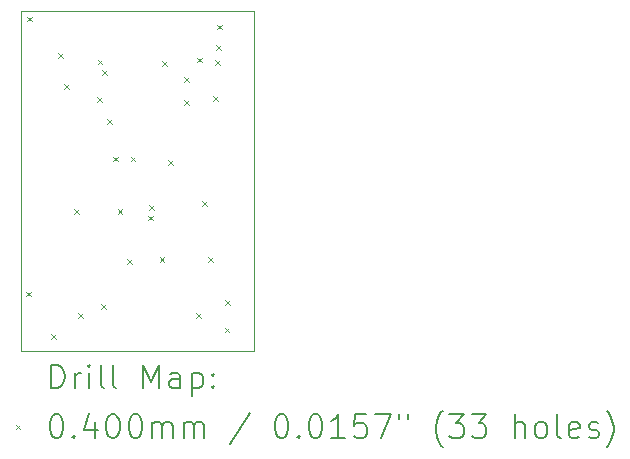
<source format=gbr>
%TF.GenerationSoftware,KiCad,Pcbnew,7.0.9-7.0.9~ubuntu22.04.1*%
%TF.CreationDate,2023-12-12T12:02:19+02:00*%
%TF.ProjectId,Haply_EE,4861706c-795f-4454-952e-6b696361645f,rev?*%
%TF.SameCoordinates,Original*%
%TF.FileFunction,Drillmap*%
%TF.FilePolarity,Positive*%
%FSLAX45Y45*%
G04 Gerber Fmt 4.5, Leading zero omitted, Abs format (unit mm)*
G04 Created by KiCad (PCBNEW 7.0.9-7.0.9~ubuntu22.04.1) date 2023-12-12 12:02:19*
%MOMM*%
%LPD*%
G01*
G04 APERTURE LIST*
%ADD10C,0.100000*%
%ADD11C,0.200000*%
G04 APERTURE END LIST*
D10*
X12200000Y-12325000D02*
X14175000Y-12325000D01*
X12225000Y-9450000D02*
X12200000Y-9450000D01*
X14175000Y-12325000D02*
X14175000Y-9450000D01*
X14175000Y-9450000D02*
X12225000Y-9450000D01*
X12200000Y-12325000D02*
X12200000Y-9450000D01*
D11*
D10*
X12241610Y-11822300D02*
X12281610Y-11862300D01*
X12281610Y-11822300D02*
X12241610Y-11862300D01*
X12254450Y-9494500D02*
X12294450Y-9534500D01*
X12294450Y-9494500D02*
X12254450Y-9534500D01*
X12454180Y-12181840D02*
X12494180Y-12221840D01*
X12494180Y-12181840D02*
X12454180Y-12221840D01*
X12518020Y-9803490D02*
X12558020Y-9843490D01*
X12558020Y-9803490D02*
X12518020Y-9843490D01*
X12563450Y-10063680D02*
X12603450Y-10103680D01*
X12603450Y-10063680D02*
X12563450Y-10103680D01*
X12648840Y-11125100D02*
X12688840Y-11165100D01*
X12688840Y-11125100D02*
X12648840Y-11165100D01*
X12685840Y-12005810D02*
X12725840Y-12045810D01*
X12725840Y-12005810D02*
X12685840Y-12045810D01*
X12843550Y-10173680D02*
X12883550Y-10213680D01*
X12883550Y-10173680D02*
X12843550Y-10213680D01*
X12849430Y-9859250D02*
X12889430Y-9899250D01*
X12889430Y-9859250D02*
X12849430Y-9899250D01*
X12880000Y-11930000D02*
X12920000Y-11970000D01*
X12920000Y-11930000D02*
X12880000Y-11970000D01*
X12890410Y-9947720D02*
X12930410Y-9987720D01*
X12930410Y-9947720D02*
X12890410Y-9987720D01*
X12932240Y-10360130D02*
X12972240Y-10400130D01*
X12972240Y-10360130D02*
X12932240Y-10400130D01*
X12980000Y-10680000D02*
X13020000Y-10720000D01*
X13020000Y-10680000D02*
X12980000Y-10720000D01*
X13020080Y-11126290D02*
X13060080Y-11166290D01*
X13060080Y-11126290D02*
X13020080Y-11166290D01*
X13099520Y-11551140D02*
X13139520Y-11591140D01*
X13139520Y-11551140D02*
X13099520Y-11591140D01*
X13130000Y-10680000D02*
X13170000Y-10720000D01*
X13170000Y-10680000D02*
X13130000Y-10720000D01*
X13274890Y-11178880D02*
X13314890Y-11218880D01*
X13314890Y-11178880D02*
X13274890Y-11218880D01*
X13284200Y-11088680D02*
X13324200Y-11128680D01*
X13324200Y-11088680D02*
X13284200Y-11128680D01*
X13375250Y-11533450D02*
X13415250Y-11573450D01*
X13415250Y-11533450D02*
X13375250Y-11573450D01*
X13394570Y-9870290D02*
X13434570Y-9910290D01*
X13434570Y-9870290D02*
X13394570Y-9910290D01*
X13448770Y-10712860D02*
X13488770Y-10752860D01*
X13488770Y-10712860D02*
X13448770Y-10752860D01*
X13584210Y-10004280D02*
X13624210Y-10044280D01*
X13624210Y-10004280D02*
X13584210Y-10044280D01*
X13584210Y-10205000D02*
X13624210Y-10245000D01*
X13624210Y-10205000D02*
X13584210Y-10245000D01*
X13686160Y-12005810D02*
X13726160Y-12045810D01*
X13726160Y-12005810D02*
X13686160Y-12045810D01*
X13690860Y-9841420D02*
X13730860Y-9881420D01*
X13730860Y-9841420D02*
X13690860Y-9881420D01*
X13733950Y-11055380D02*
X13773950Y-11095380D01*
X13773950Y-11055380D02*
X13733950Y-11095380D01*
X13786000Y-11533450D02*
X13826000Y-11573450D01*
X13826000Y-11533450D02*
X13786000Y-11573450D01*
X13830000Y-10170000D02*
X13870000Y-10210000D01*
X13870000Y-10170000D02*
X13830000Y-10210000D01*
X13843000Y-9860420D02*
X13883000Y-9900420D01*
X13883000Y-9860420D02*
X13843000Y-9900420D01*
X13851250Y-9733420D02*
X13891250Y-9773420D01*
X13891250Y-9733420D02*
X13851250Y-9773420D01*
X13860570Y-9562210D02*
X13900570Y-9602210D01*
X13900570Y-9562210D02*
X13860570Y-9602210D01*
X13924840Y-12128560D02*
X13964840Y-12168560D01*
X13964840Y-12128560D02*
X13924840Y-12168560D01*
X13931220Y-11895900D02*
X13971220Y-11935900D01*
X13971220Y-11895900D02*
X13931220Y-11935900D01*
D11*
X12455777Y-12641484D02*
X12455777Y-12441484D01*
X12455777Y-12441484D02*
X12503396Y-12441484D01*
X12503396Y-12441484D02*
X12531967Y-12451008D01*
X12531967Y-12451008D02*
X12551015Y-12470055D01*
X12551015Y-12470055D02*
X12560539Y-12489103D01*
X12560539Y-12489103D02*
X12570062Y-12527198D01*
X12570062Y-12527198D02*
X12570062Y-12555769D01*
X12570062Y-12555769D02*
X12560539Y-12593865D01*
X12560539Y-12593865D02*
X12551015Y-12612912D01*
X12551015Y-12612912D02*
X12531967Y-12631960D01*
X12531967Y-12631960D02*
X12503396Y-12641484D01*
X12503396Y-12641484D02*
X12455777Y-12641484D01*
X12655777Y-12641484D02*
X12655777Y-12508150D01*
X12655777Y-12546246D02*
X12665301Y-12527198D01*
X12665301Y-12527198D02*
X12674824Y-12517674D01*
X12674824Y-12517674D02*
X12693872Y-12508150D01*
X12693872Y-12508150D02*
X12712920Y-12508150D01*
X12779586Y-12641484D02*
X12779586Y-12508150D01*
X12779586Y-12441484D02*
X12770062Y-12451008D01*
X12770062Y-12451008D02*
X12779586Y-12460531D01*
X12779586Y-12460531D02*
X12789110Y-12451008D01*
X12789110Y-12451008D02*
X12779586Y-12441484D01*
X12779586Y-12441484D02*
X12779586Y-12460531D01*
X12903396Y-12641484D02*
X12884348Y-12631960D01*
X12884348Y-12631960D02*
X12874824Y-12612912D01*
X12874824Y-12612912D02*
X12874824Y-12441484D01*
X13008158Y-12641484D02*
X12989110Y-12631960D01*
X12989110Y-12631960D02*
X12979586Y-12612912D01*
X12979586Y-12612912D02*
X12979586Y-12441484D01*
X13236729Y-12641484D02*
X13236729Y-12441484D01*
X13236729Y-12441484D02*
X13303396Y-12584341D01*
X13303396Y-12584341D02*
X13370062Y-12441484D01*
X13370062Y-12441484D02*
X13370062Y-12641484D01*
X13551015Y-12641484D02*
X13551015Y-12536722D01*
X13551015Y-12536722D02*
X13541491Y-12517674D01*
X13541491Y-12517674D02*
X13522443Y-12508150D01*
X13522443Y-12508150D02*
X13484348Y-12508150D01*
X13484348Y-12508150D02*
X13465301Y-12517674D01*
X13551015Y-12631960D02*
X13531967Y-12641484D01*
X13531967Y-12641484D02*
X13484348Y-12641484D01*
X13484348Y-12641484D02*
X13465301Y-12631960D01*
X13465301Y-12631960D02*
X13455777Y-12612912D01*
X13455777Y-12612912D02*
X13455777Y-12593865D01*
X13455777Y-12593865D02*
X13465301Y-12574817D01*
X13465301Y-12574817D02*
X13484348Y-12565293D01*
X13484348Y-12565293D02*
X13531967Y-12565293D01*
X13531967Y-12565293D02*
X13551015Y-12555769D01*
X13646253Y-12508150D02*
X13646253Y-12708150D01*
X13646253Y-12517674D02*
X13665301Y-12508150D01*
X13665301Y-12508150D02*
X13703396Y-12508150D01*
X13703396Y-12508150D02*
X13722443Y-12517674D01*
X13722443Y-12517674D02*
X13731967Y-12527198D01*
X13731967Y-12527198D02*
X13741491Y-12546246D01*
X13741491Y-12546246D02*
X13741491Y-12603388D01*
X13741491Y-12603388D02*
X13731967Y-12622436D01*
X13731967Y-12622436D02*
X13722443Y-12631960D01*
X13722443Y-12631960D02*
X13703396Y-12641484D01*
X13703396Y-12641484D02*
X13665301Y-12641484D01*
X13665301Y-12641484D02*
X13646253Y-12631960D01*
X13827205Y-12622436D02*
X13836729Y-12631960D01*
X13836729Y-12631960D02*
X13827205Y-12641484D01*
X13827205Y-12641484D02*
X13817682Y-12631960D01*
X13817682Y-12631960D02*
X13827205Y-12622436D01*
X13827205Y-12622436D02*
X13827205Y-12641484D01*
X13827205Y-12517674D02*
X13836729Y-12527198D01*
X13836729Y-12527198D02*
X13827205Y-12536722D01*
X13827205Y-12536722D02*
X13817682Y-12527198D01*
X13817682Y-12527198D02*
X13827205Y-12517674D01*
X13827205Y-12517674D02*
X13827205Y-12536722D01*
D10*
X12155000Y-12950000D02*
X12195000Y-12990000D01*
X12195000Y-12950000D02*
X12155000Y-12990000D01*
D11*
X12493872Y-12861484D02*
X12512920Y-12861484D01*
X12512920Y-12861484D02*
X12531967Y-12871008D01*
X12531967Y-12871008D02*
X12541491Y-12880531D01*
X12541491Y-12880531D02*
X12551015Y-12899579D01*
X12551015Y-12899579D02*
X12560539Y-12937674D01*
X12560539Y-12937674D02*
X12560539Y-12985293D01*
X12560539Y-12985293D02*
X12551015Y-13023388D01*
X12551015Y-13023388D02*
X12541491Y-13042436D01*
X12541491Y-13042436D02*
X12531967Y-13051960D01*
X12531967Y-13051960D02*
X12512920Y-13061484D01*
X12512920Y-13061484D02*
X12493872Y-13061484D01*
X12493872Y-13061484D02*
X12474824Y-13051960D01*
X12474824Y-13051960D02*
X12465301Y-13042436D01*
X12465301Y-13042436D02*
X12455777Y-13023388D01*
X12455777Y-13023388D02*
X12446253Y-12985293D01*
X12446253Y-12985293D02*
X12446253Y-12937674D01*
X12446253Y-12937674D02*
X12455777Y-12899579D01*
X12455777Y-12899579D02*
X12465301Y-12880531D01*
X12465301Y-12880531D02*
X12474824Y-12871008D01*
X12474824Y-12871008D02*
X12493872Y-12861484D01*
X12646253Y-13042436D02*
X12655777Y-13051960D01*
X12655777Y-13051960D02*
X12646253Y-13061484D01*
X12646253Y-13061484D02*
X12636729Y-13051960D01*
X12636729Y-13051960D02*
X12646253Y-13042436D01*
X12646253Y-13042436D02*
X12646253Y-13061484D01*
X12827205Y-12928150D02*
X12827205Y-13061484D01*
X12779586Y-12851960D02*
X12731967Y-12994817D01*
X12731967Y-12994817D02*
X12855777Y-12994817D01*
X12970062Y-12861484D02*
X12989110Y-12861484D01*
X12989110Y-12861484D02*
X13008158Y-12871008D01*
X13008158Y-12871008D02*
X13017682Y-12880531D01*
X13017682Y-12880531D02*
X13027205Y-12899579D01*
X13027205Y-12899579D02*
X13036729Y-12937674D01*
X13036729Y-12937674D02*
X13036729Y-12985293D01*
X13036729Y-12985293D02*
X13027205Y-13023388D01*
X13027205Y-13023388D02*
X13017682Y-13042436D01*
X13017682Y-13042436D02*
X13008158Y-13051960D01*
X13008158Y-13051960D02*
X12989110Y-13061484D01*
X12989110Y-13061484D02*
X12970062Y-13061484D01*
X12970062Y-13061484D02*
X12951015Y-13051960D01*
X12951015Y-13051960D02*
X12941491Y-13042436D01*
X12941491Y-13042436D02*
X12931967Y-13023388D01*
X12931967Y-13023388D02*
X12922443Y-12985293D01*
X12922443Y-12985293D02*
X12922443Y-12937674D01*
X12922443Y-12937674D02*
X12931967Y-12899579D01*
X12931967Y-12899579D02*
X12941491Y-12880531D01*
X12941491Y-12880531D02*
X12951015Y-12871008D01*
X12951015Y-12871008D02*
X12970062Y-12861484D01*
X13160539Y-12861484D02*
X13179586Y-12861484D01*
X13179586Y-12861484D02*
X13198634Y-12871008D01*
X13198634Y-12871008D02*
X13208158Y-12880531D01*
X13208158Y-12880531D02*
X13217682Y-12899579D01*
X13217682Y-12899579D02*
X13227205Y-12937674D01*
X13227205Y-12937674D02*
X13227205Y-12985293D01*
X13227205Y-12985293D02*
X13217682Y-13023388D01*
X13217682Y-13023388D02*
X13208158Y-13042436D01*
X13208158Y-13042436D02*
X13198634Y-13051960D01*
X13198634Y-13051960D02*
X13179586Y-13061484D01*
X13179586Y-13061484D02*
X13160539Y-13061484D01*
X13160539Y-13061484D02*
X13141491Y-13051960D01*
X13141491Y-13051960D02*
X13131967Y-13042436D01*
X13131967Y-13042436D02*
X13122443Y-13023388D01*
X13122443Y-13023388D02*
X13112920Y-12985293D01*
X13112920Y-12985293D02*
X13112920Y-12937674D01*
X13112920Y-12937674D02*
X13122443Y-12899579D01*
X13122443Y-12899579D02*
X13131967Y-12880531D01*
X13131967Y-12880531D02*
X13141491Y-12871008D01*
X13141491Y-12871008D02*
X13160539Y-12861484D01*
X13312920Y-13061484D02*
X13312920Y-12928150D01*
X13312920Y-12947198D02*
X13322443Y-12937674D01*
X13322443Y-12937674D02*
X13341491Y-12928150D01*
X13341491Y-12928150D02*
X13370063Y-12928150D01*
X13370063Y-12928150D02*
X13389110Y-12937674D01*
X13389110Y-12937674D02*
X13398634Y-12956722D01*
X13398634Y-12956722D02*
X13398634Y-13061484D01*
X13398634Y-12956722D02*
X13408158Y-12937674D01*
X13408158Y-12937674D02*
X13427205Y-12928150D01*
X13427205Y-12928150D02*
X13455777Y-12928150D01*
X13455777Y-12928150D02*
X13474824Y-12937674D01*
X13474824Y-12937674D02*
X13484348Y-12956722D01*
X13484348Y-12956722D02*
X13484348Y-13061484D01*
X13579586Y-13061484D02*
X13579586Y-12928150D01*
X13579586Y-12947198D02*
X13589110Y-12937674D01*
X13589110Y-12937674D02*
X13608158Y-12928150D01*
X13608158Y-12928150D02*
X13636729Y-12928150D01*
X13636729Y-12928150D02*
X13655777Y-12937674D01*
X13655777Y-12937674D02*
X13665301Y-12956722D01*
X13665301Y-12956722D02*
X13665301Y-13061484D01*
X13665301Y-12956722D02*
X13674824Y-12937674D01*
X13674824Y-12937674D02*
X13693872Y-12928150D01*
X13693872Y-12928150D02*
X13722443Y-12928150D01*
X13722443Y-12928150D02*
X13741491Y-12937674D01*
X13741491Y-12937674D02*
X13751015Y-12956722D01*
X13751015Y-12956722D02*
X13751015Y-13061484D01*
X14141491Y-12851960D02*
X13970063Y-13109103D01*
X14398634Y-12861484D02*
X14417682Y-12861484D01*
X14417682Y-12861484D02*
X14436729Y-12871008D01*
X14436729Y-12871008D02*
X14446253Y-12880531D01*
X14446253Y-12880531D02*
X14455777Y-12899579D01*
X14455777Y-12899579D02*
X14465301Y-12937674D01*
X14465301Y-12937674D02*
X14465301Y-12985293D01*
X14465301Y-12985293D02*
X14455777Y-13023388D01*
X14455777Y-13023388D02*
X14446253Y-13042436D01*
X14446253Y-13042436D02*
X14436729Y-13051960D01*
X14436729Y-13051960D02*
X14417682Y-13061484D01*
X14417682Y-13061484D02*
X14398634Y-13061484D01*
X14398634Y-13061484D02*
X14379586Y-13051960D01*
X14379586Y-13051960D02*
X14370063Y-13042436D01*
X14370063Y-13042436D02*
X14360539Y-13023388D01*
X14360539Y-13023388D02*
X14351015Y-12985293D01*
X14351015Y-12985293D02*
X14351015Y-12937674D01*
X14351015Y-12937674D02*
X14360539Y-12899579D01*
X14360539Y-12899579D02*
X14370063Y-12880531D01*
X14370063Y-12880531D02*
X14379586Y-12871008D01*
X14379586Y-12871008D02*
X14398634Y-12861484D01*
X14551015Y-13042436D02*
X14560539Y-13051960D01*
X14560539Y-13051960D02*
X14551015Y-13061484D01*
X14551015Y-13061484D02*
X14541491Y-13051960D01*
X14541491Y-13051960D02*
X14551015Y-13042436D01*
X14551015Y-13042436D02*
X14551015Y-13061484D01*
X14684348Y-12861484D02*
X14703396Y-12861484D01*
X14703396Y-12861484D02*
X14722444Y-12871008D01*
X14722444Y-12871008D02*
X14731967Y-12880531D01*
X14731967Y-12880531D02*
X14741491Y-12899579D01*
X14741491Y-12899579D02*
X14751015Y-12937674D01*
X14751015Y-12937674D02*
X14751015Y-12985293D01*
X14751015Y-12985293D02*
X14741491Y-13023388D01*
X14741491Y-13023388D02*
X14731967Y-13042436D01*
X14731967Y-13042436D02*
X14722444Y-13051960D01*
X14722444Y-13051960D02*
X14703396Y-13061484D01*
X14703396Y-13061484D02*
X14684348Y-13061484D01*
X14684348Y-13061484D02*
X14665301Y-13051960D01*
X14665301Y-13051960D02*
X14655777Y-13042436D01*
X14655777Y-13042436D02*
X14646253Y-13023388D01*
X14646253Y-13023388D02*
X14636729Y-12985293D01*
X14636729Y-12985293D02*
X14636729Y-12937674D01*
X14636729Y-12937674D02*
X14646253Y-12899579D01*
X14646253Y-12899579D02*
X14655777Y-12880531D01*
X14655777Y-12880531D02*
X14665301Y-12871008D01*
X14665301Y-12871008D02*
X14684348Y-12861484D01*
X14941491Y-13061484D02*
X14827206Y-13061484D01*
X14884348Y-13061484D02*
X14884348Y-12861484D01*
X14884348Y-12861484D02*
X14865301Y-12890055D01*
X14865301Y-12890055D02*
X14846253Y-12909103D01*
X14846253Y-12909103D02*
X14827206Y-12918627D01*
X15122444Y-12861484D02*
X15027206Y-12861484D01*
X15027206Y-12861484D02*
X15017682Y-12956722D01*
X15017682Y-12956722D02*
X15027206Y-12947198D01*
X15027206Y-12947198D02*
X15046253Y-12937674D01*
X15046253Y-12937674D02*
X15093872Y-12937674D01*
X15093872Y-12937674D02*
X15112920Y-12947198D01*
X15112920Y-12947198D02*
X15122444Y-12956722D01*
X15122444Y-12956722D02*
X15131967Y-12975769D01*
X15131967Y-12975769D02*
X15131967Y-13023388D01*
X15131967Y-13023388D02*
X15122444Y-13042436D01*
X15122444Y-13042436D02*
X15112920Y-13051960D01*
X15112920Y-13051960D02*
X15093872Y-13061484D01*
X15093872Y-13061484D02*
X15046253Y-13061484D01*
X15046253Y-13061484D02*
X15027206Y-13051960D01*
X15027206Y-13051960D02*
X15017682Y-13042436D01*
X15198634Y-12861484D02*
X15331967Y-12861484D01*
X15331967Y-12861484D02*
X15246253Y-13061484D01*
X15398634Y-12861484D02*
X15398634Y-12899579D01*
X15474825Y-12861484D02*
X15474825Y-12899579D01*
X15770063Y-13137674D02*
X15760539Y-13128150D01*
X15760539Y-13128150D02*
X15741491Y-13099579D01*
X15741491Y-13099579D02*
X15731968Y-13080531D01*
X15731968Y-13080531D02*
X15722444Y-13051960D01*
X15722444Y-13051960D02*
X15712920Y-13004341D01*
X15712920Y-13004341D02*
X15712920Y-12966246D01*
X15712920Y-12966246D02*
X15722444Y-12918627D01*
X15722444Y-12918627D02*
X15731968Y-12890055D01*
X15731968Y-12890055D02*
X15741491Y-12871008D01*
X15741491Y-12871008D02*
X15760539Y-12842436D01*
X15760539Y-12842436D02*
X15770063Y-12832912D01*
X15827206Y-12861484D02*
X15951015Y-12861484D01*
X15951015Y-12861484D02*
X15884348Y-12937674D01*
X15884348Y-12937674D02*
X15912920Y-12937674D01*
X15912920Y-12937674D02*
X15931968Y-12947198D01*
X15931968Y-12947198D02*
X15941491Y-12956722D01*
X15941491Y-12956722D02*
X15951015Y-12975769D01*
X15951015Y-12975769D02*
X15951015Y-13023388D01*
X15951015Y-13023388D02*
X15941491Y-13042436D01*
X15941491Y-13042436D02*
X15931968Y-13051960D01*
X15931968Y-13051960D02*
X15912920Y-13061484D01*
X15912920Y-13061484D02*
X15855777Y-13061484D01*
X15855777Y-13061484D02*
X15836729Y-13051960D01*
X15836729Y-13051960D02*
X15827206Y-13042436D01*
X16017682Y-12861484D02*
X16141491Y-12861484D01*
X16141491Y-12861484D02*
X16074825Y-12937674D01*
X16074825Y-12937674D02*
X16103396Y-12937674D01*
X16103396Y-12937674D02*
X16122444Y-12947198D01*
X16122444Y-12947198D02*
X16131968Y-12956722D01*
X16131968Y-12956722D02*
X16141491Y-12975769D01*
X16141491Y-12975769D02*
X16141491Y-13023388D01*
X16141491Y-13023388D02*
X16131968Y-13042436D01*
X16131968Y-13042436D02*
X16122444Y-13051960D01*
X16122444Y-13051960D02*
X16103396Y-13061484D01*
X16103396Y-13061484D02*
X16046253Y-13061484D01*
X16046253Y-13061484D02*
X16027206Y-13051960D01*
X16027206Y-13051960D02*
X16017682Y-13042436D01*
X16379587Y-13061484D02*
X16379587Y-12861484D01*
X16465301Y-13061484D02*
X16465301Y-12956722D01*
X16465301Y-12956722D02*
X16455777Y-12937674D01*
X16455777Y-12937674D02*
X16436730Y-12928150D01*
X16436730Y-12928150D02*
X16408158Y-12928150D01*
X16408158Y-12928150D02*
X16389110Y-12937674D01*
X16389110Y-12937674D02*
X16379587Y-12947198D01*
X16589110Y-13061484D02*
X16570063Y-13051960D01*
X16570063Y-13051960D02*
X16560539Y-13042436D01*
X16560539Y-13042436D02*
X16551015Y-13023388D01*
X16551015Y-13023388D02*
X16551015Y-12966246D01*
X16551015Y-12966246D02*
X16560539Y-12947198D01*
X16560539Y-12947198D02*
X16570063Y-12937674D01*
X16570063Y-12937674D02*
X16589110Y-12928150D01*
X16589110Y-12928150D02*
X16617682Y-12928150D01*
X16617682Y-12928150D02*
X16636730Y-12937674D01*
X16636730Y-12937674D02*
X16646253Y-12947198D01*
X16646253Y-12947198D02*
X16655777Y-12966246D01*
X16655777Y-12966246D02*
X16655777Y-13023388D01*
X16655777Y-13023388D02*
X16646253Y-13042436D01*
X16646253Y-13042436D02*
X16636730Y-13051960D01*
X16636730Y-13051960D02*
X16617682Y-13061484D01*
X16617682Y-13061484D02*
X16589110Y-13061484D01*
X16770063Y-13061484D02*
X16751015Y-13051960D01*
X16751015Y-13051960D02*
X16741491Y-13032912D01*
X16741491Y-13032912D02*
X16741491Y-12861484D01*
X16922444Y-13051960D02*
X16903396Y-13061484D01*
X16903396Y-13061484D02*
X16865301Y-13061484D01*
X16865301Y-13061484D02*
X16846253Y-13051960D01*
X16846253Y-13051960D02*
X16836730Y-13032912D01*
X16836730Y-13032912D02*
X16836730Y-12956722D01*
X16836730Y-12956722D02*
X16846253Y-12937674D01*
X16846253Y-12937674D02*
X16865301Y-12928150D01*
X16865301Y-12928150D02*
X16903396Y-12928150D01*
X16903396Y-12928150D02*
X16922444Y-12937674D01*
X16922444Y-12937674D02*
X16931968Y-12956722D01*
X16931968Y-12956722D02*
X16931968Y-12975769D01*
X16931968Y-12975769D02*
X16836730Y-12994817D01*
X17008158Y-13051960D02*
X17027206Y-13061484D01*
X17027206Y-13061484D02*
X17065301Y-13061484D01*
X17065301Y-13061484D02*
X17084349Y-13051960D01*
X17084349Y-13051960D02*
X17093873Y-13032912D01*
X17093873Y-13032912D02*
X17093873Y-13023388D01*
X17093873Y-13023388D02*
X17084349Y-13004341D01*
X17084349Y-13004341D02*
X17065301Y-12994817D01*
X17065301Y-12994817D02*
X17036730Y-12994817D01*
X17036730Y-12994817D02*
X17017682Y-12985293D01*
X17017682Y-12985293D02*
X17008158Y-12966246D01*
X17008158Y-12966246D02*
X17008158Y-12956722D01*
X17008158Y-12956722D02*
X17017682Y-12937674D01*
X17017682Y-12937674D02*
X17036730Y-12928150D01*
X17036730Y-12928150D02*
X17065301Y-12928150D01*
X17065301Y-12928150D02*
X17084349Y-12937674D01*
X17160539Y-13137674D02*
X17170063Y-13128150D01*
X17170063Y-13128150D02*
X17189111Y-13099579D01*
X17189111Y-13099579D02*
X17198634Y-13080531D01*
X17198634Y-13080531D02*
X17208158Y-13051960D01*
X17208158Y-13051960D02*
X17217682Y-13004341D01*
X17217682Y-13004341D02*
X17217682Y-12966246D01*
X17217682Y-12966246D02*
X17208158Y-12918627D01*
X17208158Y-12918627D02*
X17198634Y-12890055D01*
X17198634Y-12890055D02*
X17189111Y-12871008D01*
X17189111Y-12871008D02*
X17170063Y-12842436D01*
X17170063Y-12842436D02*
X17160539Y-12832912D01*
M02*

</source>
